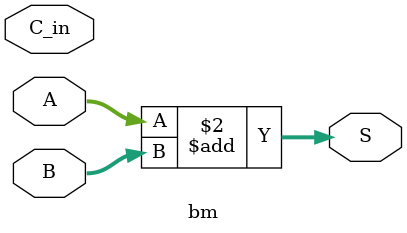
<source format=v>
`timescale 1ns / 1ps


module bm(A,B,C_in,S);
    input [3:0]A, B; 
    input C_in;
    output reg [3:0]S;
    always @(A or B or C_in)
    S=A+B;
    
endmodule

</source>
